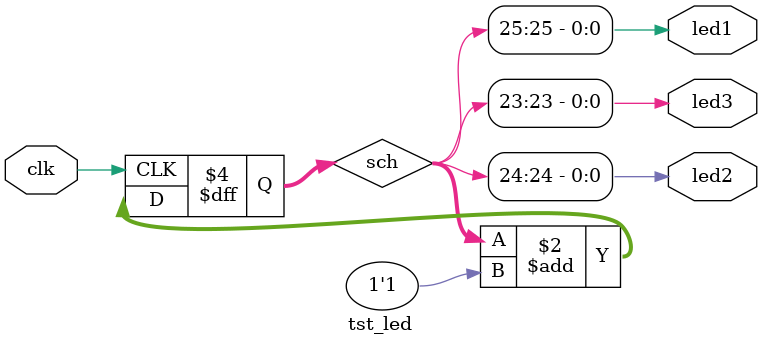
<source format=v>
`timescale 1ns / 1ps
module tst_led(
	input wire clk,
  output wire led1,
  output wire led2,
  output wire led3
    );


reg [31:0] sch=0;

always @(posedge clk)
begin

	sch<=sch+1'd1;

end

assign led1 = sch [25];
assign led2 = sch [24];
assign led3 = sch [23];


endmodule

</source>
